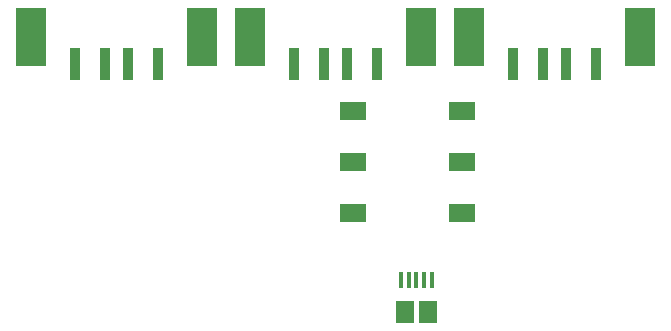
<source format=gtp>
G04 #@! TF.GenerationSoftware,KiCad,Pcbnew,5.1.6-c6e7f7d~87~ubuntu18.04.1*
G04 #@! TF.CreationDate,2020-07-14T22:37:44+02:00*
G04 #@! TF.ProjectId,USB-Exp,5553422d-4578-4702-9e6b-696361645f70,1.0*
G04 #@! TF.SameCoordinates,Original*
G04 #@! TF.FileFunction,Paste,Top*
G04 #@! TF.FilePolarity,Positive*
%FSLAX46Y46*%
G04 Gerber Fmt 4.6, Leading zero omitted, Abs format (unit mm)*
G04 Created by KiCad (PCBNEW 5.1.6-c6e7f7d~87~ubuntu18.04.1) date 2020-07-14 22:37:44*
%MOMM*%
%LPD*%
G01*
G04 APERTURE LIST*
%ADD10R,2.180000X1.600000*%
%ADD11R,2.500000X5.000000*%
%ADD12R,0.900000X2.800000*%
%ADD13R,1.500000X1.900000*%
%ADD14R,0.400000X1.350000*%
G04 APERTURE END LIST*
D10*
X78966000Y-75184000D03*
X88166000Y-75184000D03*
X78966000Y-70866000D03*
X88166000Y-70866000D03*
X78966000Y-66548000D03*
X88166000Y-66548000D03*
D11*
X88762000Y-60274000D03*
X103262000Y-60274000D03*
D12*
X95012000Y-62524000D03*
X99512000Y-62524000D03*
X97012000Y-62524000D03*
X92512000Y-62524000D03*
D11*
X70220000Y-60274000D03*
X84720000Y-60274000D03*
D12*
X76470000Y-62524000D03*
X80970000Y-62524000D03*
X78470000Y-62524000D03*
X73970000Y-62524000D03*
D11*
X51678000Y-60274000D03*
X66178000Y-60274000D03*
D12*
X57928000Y-62524000D03*
X62428000Y-62524000D03*
X59928000Y-62524000D03*
X55428000Y-62524000D03*
D13*
X83328000Y-83533500D03*
D14*
X84328000Y-80833500D03*
X84978000Y-80833500D03*
X85628000Y-80833500D03*
X83028000Y-80833500D03*
X83678000Y-80833500D03*
D13*
X85328000Y-83533500D03*
M02*

</source>
